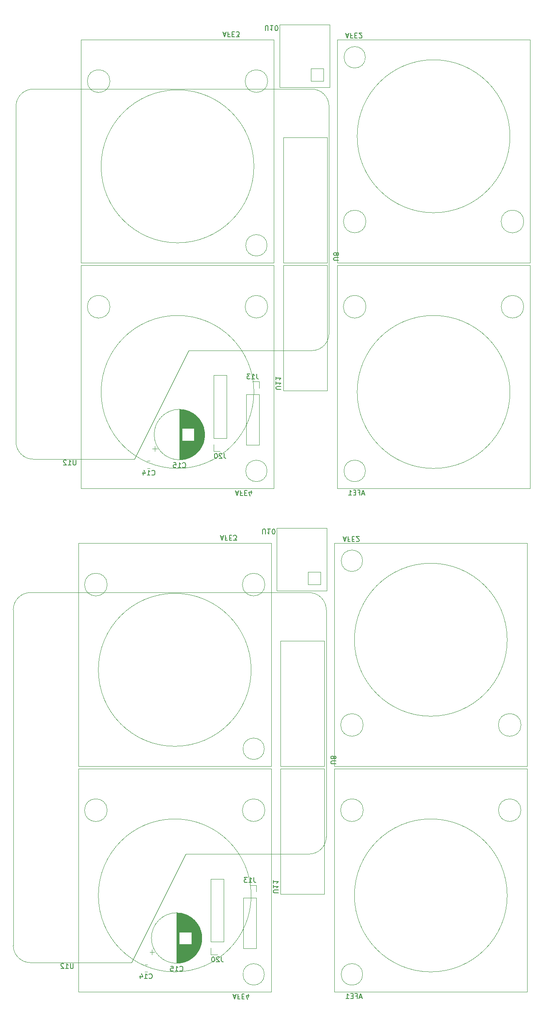
<source format=gbr>
%TF.GenerationSoftware,KiCad,Pcbnew,6.0.7-f9a2dced07~116~ubuntu20.04.1*%
%TF.CreationDate,2022-11-23T13:07:14+01:00*%
%TF.ProjectId,board,626f6172-642e-46b6-9963-61645f706362,rev?*%
%TF.SameCoordinates,Original*%
%TF.FileFunction,Legend,Bot*%
%TF.FilePolarity,Positive*%
%FSLAX46Y46*%
G04 Gerber Fmt 4.6, Leading zero omitted, Abs format (unit mm)*
G04 Created by KiCad (PCBNEW 6.0.7-f9a2dced07~116~ubuntu20.04.1) date 2022-11-23 13:07:14*
%MOMM*%
%LPD*%
G01*
G04 APERTURE LIST*
%ADD10C,0.150000*%
%ADD11C,0.120000*%
G04 APERTURE END LIST*
D10*
%TO.C,AFE3*%
X294366761Y-28740333D02*
X294842952Y-28740333D01*
X294271523Y-28454619D02*
X294604857Y-29454619D01*
X294938190Y-28454619D01*
X295604857Y-28978428D02*
X295271523Y-28978428D01*
X295271523Y-28454619D02*
X295271523Y-29454619D01*
X295747714Y-29454619D01*
X296128666Y-28978428D02*
X296462000Y-28978428D01*
X296604857Y-28454619D02*
X296128666Y-28454619D01*
X296128666Y-29454619D01*
X296604857Y-29454619D01*
X296938190Y-29454619D02*
X297557238Y-29454619D01*
X297223904Y-29073666D01*
X297366761Y-29073666D01*
X297462000Y-29026047D01*
X297509619Y-28978428D01*
X297557238Y-28883190D01*
X297557238Y-28645095D01*
X297509619Y-28549857D01*
X297462000Y-28502238D01*
X297366761Y-28454619D01*
X297081047Y-28454619D01*
X296985809Y-28502238D01*
X296938190Y-28549857D01*
%TO.C,AFE1*%
X322957238Y-122037666D02*
X322481047Y-122037666D01*
X323052476Y-122323380D02*
X322719142Y-121323380D01*
X322385809Y-122323380D01*
X321719142Y-121799571D02*
X322052476Y-121799571D01*
X322052476Y-122323380D02*
X322052476Y-121323380D01*
X321576285Y-121323380D01*
X321195333Y-121799571D02*
X320862000Y-121799571D01*
X320719142Y-122323380D02*
X321195333Y-122323380D01*
X321195333Y-121323380D01*
X320719142Y-121323380D01*
X319766761Y-122323380D02*
X320338190Y-122323380D01*
X320052476Y-122323380D02*
X320052476Y-121323380D01*
X320147714Y-121466238D01*
X320242952Y-121561476D01*
X320338190Y-121609095D01*
%TO.C,C14*%
X279840857Y-118193142D02*
X279888476Y-118240761D01*
X280031333Y-118288380D01*
X280126571Y-118288380D01*
X280269428Y-118240761D01*
X280364666Y-118145523D01*
X280412285Y-118050285D01*
X280459904Y-117859809D01*
X280459904Y-117716952D01*
X280412285Y-117526476D01*
X280364666Y-117431238D01*
X280269428Y-117336000D01*
X280126571Y-117288380D01*
X280031333Y-117288380D01*
X279888476Y-117336000D01*
X279840857Y-117383619D01*
X278888476Y-118288380D02*
X279459904Y-118288380D01*
X279174190Y-118288380D02*
X279174190Y-117288380D01*
X279269428Y-117431238D01*
X279364666Y-117526476D01*
X279459904Y-117574095D01*
X278031333Y-117621714D02*
X278031333Y-118288380D01*
X278269428Y-117240761D02*
X278507523Y-117955047D01*
X277888476Y-117955047D01*
%TO.C,C15*%
X286069180Y-116667142D02*
X286116799Y-116714761D01*
X286259656Y-116762380D01*
X286354894Y-116762380D01*
X286497751Y-116714761D01*
X286592989Y-116619523D01*
X286640608Y-116524285D01*
X286688227Y-116333809D01*
X286688227Y-116190952D01*
X286640608Y-116000476D01*
X286592989Y-115905238D01*
X286497751Y-115810000D01*
X286354894Y-115762380D01*
X286259656Y-115762380D01*
X286116799Y-115810000D01*
X286069180Y-115857619D01*
X285116799Y-116762380D02*
X285688227Y-116762380D01*
X285402513Y-116762380D02*
X285402513Y-115762380D01*
X285497751Y-115905238D01*
X285592989Y-116000476D01*
X285688227Y-116048095D01*
X284212037Y-115762380D02*
X284688227Y-115762380D01*
X284735846Y-116238571D01*
X284688227Y-116190952D01*
X284592989Y-116143333D01*
X284354894Y-116143333D01*
X284259656Y-116190952D01*
X284212037Y-116238571D01*
X284164418Y-116333809D01*
X284164418Y-116571904D01*
X284212037Y-116667142D01*
X284259656Y-116714761D01*
X284354894Y-116762380D01*
X284592989Y-116762380D01*
X284688227Y-116714761D01*
X284735846Y-116667142D01*
%TO.C,AFE2*%
X319258761Y-28994333D02*
X319734952Y-28994333D01*
X319163523Y-28708619D02*
X319496857Y-29708619D01*
X319830190Y-28708619D01*
X320496857Y-29232428D02*
X320163523Y-29232428D01*
X320163523Y-28708619D02*
X320163523Y-29708619D01*
X320639714Y-29708619D01*
X321020666Y-29232428D02*
X321354000Y-29232428D01*
X321496857Y-28708619D02*
X321020666Y-28708619D01*
X321020666Y-29708619D01*
X321496857Y-29708619D01*
X321877809Y-29613380D02*
X321925428Y-29661000D01*
X322020666Y-29708619D01*
X322258761Y-29708619D01*
X322354000Y-29661000D01*
X322401619Y-29613380D01*
X322449238Y-29518142D01*
X322449238Y-29422904D01*
X322401619Y-29280047D01*
X321830190Y-28708619D01*
X322449238Y-28708619D01*
%TO.C,U11*%
X305474619Y-202914095D02*
X304665095Y-202914095D01*
X304569857Y-202866476D01*
X304522238Y-202818857D01*
X304474619Y-202723619D01*
X304474619Y-202533142D01*
X304522238Y-202437904D01*
X304569857Y-202390285D01*
X304665095Y-202342666D01*
X305474619Y-202342666D01*
X304474619Y-201342666D02*
X304474619Y-201914095D01*
X304474619Y-201628380D02*
X305474619Y-201628380D01*
X305331761Y-201723619D01*
X305236523Y-201818857D01*
X305188904Y-201914095D01*
X304474619Y-200390285D02*
X304474619Y-200961714D01*
X304474619Y-200676000D02*
X305474619Y-200676000D01*
X305331761Y-200771238D01*
X305236523Y-200866476D01*
X305188904Y-200961714D01*
%TO.C,AFE3*%
X293806761Y-130770333D02*
X294282952Y-130770333D01*
X293711523Y-130484619D02*
X294044857Y-131484619D01*
X294378190Y-130484619D01*
X295044857Y-131008428D02*
X294711523Y-131008428D01*
X294711523Y-130484619D02*
X294711523Y-131484619D01*
X295187714Y-131484619D01*
X295568666Y-131008428D02*
X295902000Y-131008428D01*
X296044857Y-130484619D02*
X295568666Y-130484619D01*
X295568666Y-131484619D01*
X296044857Y-131484619D01*
X296378190Y-131484619D02*
X296997238Y-131484619D01*
X296663904Y-131103666D01*
X296806761Y-131103666D01*
X296902000Y-131056047D01*
X296949619Y-131008428D01*
X296997238Y-130913190D01*
X296997238Y-130675095D01*
X296949619Y-130579857D01*
X296902000Y-130532238D01*
X296806761Y-130484619D01*
X296521047Y-130484619D01*
X296425809Y-130532238D01*
X296378190Y-130579857D01*
%TO.C,U11*%
X306034619Y-100884095D02*
X305225095Y-100884095D01*
X305129857Y-100836476D01*
X305082238Y-100788857D01*
X305034619Y-100693619D01*
X305034619Y-100503142D01*
X305082238Y-100407904D01*
X305129857Y-100360285D01*
X305225095Y-100312666D01*
X306034619Y-100312666D01*
X305034619Y-99312666D02*
X305034619Y-99884095D01*
X305034619Y-99598380D02*
X306034619Y-99598380D01*
X305891761Y-99693619D01*
X305796523Y-99788857D01*
X305748904Y-99884095D01*
X305034619Y-98360285D02*
X305034619Y-98931714D01*
X305034619Y-98646000D02*
X306034619Y-98646000D01*
X305891761Y-98741238D01*
X305796523Y-98836476D01*
X305748904Y-98931714D01*
%TO.C,U10*%
X302851904Y-28184619D02*
X302851904Y-27375095D01*
X302899523Y-27279857D01*
X302947142Y-27232238D01*
X303042380Y-27184619D01*
X303232857Y-27184619D01*
X303328095Y-27232238D01*
X303375714Y-27279857D01*
X303423333Y-27375095D01*
X303423333Y-28184619D01*
X304423333Y-27184619D02*
X303851904Y-27184619D01*
X304137619Y-27184619D02*
X304137619Y-28184619D01*
X304042380Y-28041761D01*
X303947142Y-27946523D01*
X303851904Y-27898904D01*
X305042380Y-28184619D02*
X305137619Y-28184619D01*
X305232857Y-28137000D01*
X305280476Y-28089380D01*
X305328095Y-27994142D01*
X305375714Y-27803666D01*
X305375714Y-27565571D01*
X305328095Y-27375095D01*
X305280476Y-27279857D01*
X305232857Y-27232238D01*
X305137619Y-27184619D01*
X305042380Y-27184619D01*
X304947142Y-27232238D01*
X304899523Y-27279857D01*
X304851904Y-27375095D01*
X304804285Y-27565571D01*
X304804285Y-27803666D01*
X304851904Y-27994142D01*
X304899523Y-28089380D01*
X304947142Y-28137000D01*
X305042380Y-28184619D01*
%TO.C,U12*%
X264434095Y-115227380D02*
X264434095Y-116036904D01*
X264386476Y-116132142D01*
X264338857Y-116179761D01*
X264243619Y-116227380D01*
X264053142Y-116227380D01*
X263957904Y-116179761D01*
X263910285Y-116132142D01*
X263862666Y-116036904D01*
X263862666Y-115227380D01*
X262862666Y-116227380D02*
X263434095Y-116227380D01*
X263148380Y-116227380D02*
X263148380Y-115227380D01*
X263243619Y-115370238D01*
X263338857Y-115465476D01*
X263434095Y-115513095D01*
X262481714Y-115322619D02*
X262434095Y-115275000D01*
X262338857Y-115227380D01*
X262100761Y-115227380D01*
X262005523Y-115275000D01*
X261957904Y-115322619D01*
X261910285Y-115417857D01*
X261910285Y-115513095D01*
X261957904Y-115655952D01*
X262529333Y-116227380D01*
X261910285Y-116227380D01*
%TO.C,J13*%
X301089523Y-97789380D02*
X301089523Y-98503666D01*
X301137142Y-98646523D01*
X301232380Y-98741761D01*
X301375238Y-98789380D01*
X301470476Y-98789380D01*
X300089523Y-98789380D02*
X300660952Y-98789380D01*
X300375238Y-98789380D02*
X300375238Y-97789380D01*
X300470476Y-97932238D01*
X300565714Y-98027476D01*
X300660952Y-98075095D01*
X299756190Y-97789380D02*
X299137142Y-97789380D01*
X299470476Y-98170333D01*
X299327619Y-98170333D01*
X299232380Y-98217952D01*
X299184761Y-98265571D01*
X299137142Y-98360809D01*
X299137142Y-98598904D01*
X299184761Y-98694142D01*
X299232380Y-98741761D01*
X299327619Y-98789380D01*
X299613333Y-98789380D01*
X299708571Y-98741761D01*
X299756190Y-98694142D01*
%TO.C,J20*%
X294485523Y-113874380D02*
X294485523Y-114588666D01*
X294533142Y-114731523D01*
X294628380Y-114826761D01*
X294771238Y-114874380D01*
X294866476Y-114874380D01*
X294056952Y-113969619D02*
X294009333Y-113922000D01*
X293914095Y-113874380D01*
X293676000Y-113874380D01*
X293580761Y-113922000D01*
X293533142Y-113969619D01*
X293485523Y-114064857D01*
X293485523Y-114160095D01*
X293533142Y-114302952D01*
X294104571Y-114874380D01*
X293485523Y-114874380D01*
X292866476Y-113874380D02*
X292771238Y-113874380D01*
X292676000Y-113922000D01*
X292628380Y-113969619D01*
X292580761Y-114064857D01*
X292533142Y-114255333D01*
X292533142Y-114493428D01*
X292580761Y-114683904D01*
X292628380Y-114779142D01*
X292676000Y-114826761D01*
X292771238Y-114874380D01*
X292866476Y-114874380D01*
X292961714Y-114826761D01*
X293009333Y-114779142D01*
X293056952Y-114683904D01*
X293104571Y-114493428D01*
X293104571Y-114255333D01*
X293056952Y-114064857D01*
X293009333Y-113969619D01*
X292961714Y-113922000D01*
X292866476Y-113874380D01*
%TO.C,AFE4*%
X296906761Y-121704333D02*
X297382952Y-121704333D01*
X296811523Y-121418619D02*
X297144857Y-122418619D01*
X297478190Y-121418619D01*
X298144857Y-121942428D02*
X297811523Y-121942428D01*
X297811523Y-121418619D02*
X297811523Y-122418619D01*
X298287714Y-122418619D01*
X298668666Y-121942428D02*
X299002000Y-121942428D01*
X299144857Y-121418619D02*
X298668666Y-121418619D01*
X298668666Y-122418619D01*
X299144857Y-122418619D01*
X300002000Y-122085285D02*
X300002000Y-121418619D01*
X299763904Y-122466238D02*
X299525809Y-121751952D01*
X300144857Y-121751952D01*
%TO.C,U8*%
X317718619Y-74753904D02*
X316909095Y-74753904D01*
X316813857Y-74706285D01*
X316766238Y-74658666D01*
X316718619Y-74563428D01*
X316718619Y-74372952D01*
X316766238Y-74277714D01*
X316813857Y-74230095D01*
X316909095Y-74182476D01*
X317718619Y-74182476D01*
X317290047Y-73563428D02*
X317337666Y-73658666D01*
X317385285Y-73706285D01*
X317480523Y-73753904D01*
X317528142Y-73753904D01*
X317623380Y-73706285D01*
X317671000Y-73658666D01*
X317718619Y-73563428D01*
X317718619Y-73372952D01*
X317671000Y-73277714D01*
X317623380Y-73230095D01*
X317528142Y-73182476D01*
X317480523Y-73182476D01*
X317385285Y-73230095D01*
X317337666Y-73277714D01*
X317290047Y-73372952D01*
X317290047Y-73563428D01*
X317242428Y-73658666D01*
X317194809Y-73706285D01*
X317099571Y-73753904D01*
X316909095Y-73753904D01*
X316813857Y-73706285D01*
X316766238Y-73658666D01*
X316718619Y-73563428D01*
X316718619Y-73372952D01*
X316766238Y-73277714D01*
X316813857Y-73230095D01*
X316909095Y-73182476D01*
X317099571Y-73182476D01*
X317194809Y-73230095D01*
X317242428Y-73277714D01*
X317290047Y-73372952D01*
%TO.C,J20*%
X293925523Y-215904380D02*
X293925523Y-216618666D01*
X293973142Y-216761523D01*
X294068380Y-216856761D01*
X294211238Y-216904380D01*
X294306476Y-216904380D01*
X293496952Y-215999619D02*
X293449333Y-215952000D01*
X293354095Y-215904380D01*
X293116000Y-215904380D01*
X293020761Y-215952000D01*
X292973142Y-215999619D01*
X292925523Y-216094857D01*
X292925523Y-216190095D01*
X292973142Y-216332952D01*
X293544571Y-216904380D01*
X292925523Y-216904380D01*
X292306476Y-215904380D02*
X292211238Y-215904380D01*
X292116000Y-215952000D01*
X292068380Y-215999619D01*
X292020761Y-216094857D01*
X291973142Y-216285333D01*
X291973142Y-216523428D01*
X292020761Y-216713904D01*
X292068380Y-216809142D01*
X292116000Y-216856761D01*
X292211238Y-216904380D01*
X292306476Y-216904380D01*
X292401714Y-216856761D01*
X292449333Y-216809142D01*
X292496952Y-216713904D01*
X292544571Y-216523428D01*
X292544571Y-216285333D01*
X292496952Y-216094857D01*
X292449333Y-215999619D01*
X292401714Y-215952000D01*
X292306476Y-215904380D01*
%TO.C,AFE2*%
X318698761Y-131024333D02*
X319174952Y-131024333D01*
X318603523Y-130738619D02*
X318936857Y-131738619D01*
X319270190Y-130738619D01*
X319936857Y-131262428D02*
X319603523Y-131262428D01*
X319603523Y-130738619D02*
X319603523Y-131738619D01*
X320079714Y-131738619D01*
X320460666Y-131262428D02*
X320794000Y-131262428D01*
X320936857Y-130738619D02*
X320460666Y-130738619D01*
X320460666Y-131738619D01*
X320936857Y-131738619D01*
X321317809Y-131643380D02*
X321365428Y-131691000D01*
X321460666Y-131738619D01*
X321698761Y-131738619D01*
X321794000Y-131691000D01*
X321841619Y-131643380D01*
X321889238Y-131548142D01*
X321889238Y-131452904D01*
X321841619Y-131310047D01*
X321270190Y-130738619D01*
X321889238Y-130738619D01*
%TO.C,J13*%
X300529523Y-199819380D02*
X300529523Y-200533666D01*
X300577142Y-200676523D01*
X300672380Y-200771761D01*
X300815238Y-200819380D01*
X300910476Y-200819380D01*
X299529523Y-200819380D02*
X300100952Y-200819380D01*
X299815238Y-200819380D02*
X299815238Y-199819380D01*
X299910476Y-199962238D01*
X300005714Y-200057476D01*
X300100952Y-200105095D01*
X299196190Y-199819380D02*
X298577142Y-199819380D01*
X298910476Y-200200333D01*
X298767619Y-200200333D01*
X298672380Y-200247952D01*
X298624761Y-200295571D01*
X298577142Y-200390809D01*
X298577142Y-200628904D01*
X298624761Y-200724142D01*
X298672380Y-200771761D01*
X298767619Y-200819380D01*
X299053333Y-200819380D01*
X299148571Y-200771761D01*
X299196190Y-200724142D01*
%TO.C,AFE4*%
X296346761Y-223734333D02*
X296822952Y-223734333D01*
X296251523Y-223448619D02*
X296584857Y-224448619D01*
X296918190Y-223448619D01*
X297584857Y-223972428D02*
X297251523Y-223972428D01*
X297251523Y-223448619D02*
X297251523Y-224448619D01*
X297727714Y-224448619D01*
X298108666Y-223972428D02*
X298442000Y-223972428D01*
X298584857Y-223448619D02*
X298108666Y-223448619D01*
X298108666Y-224448619D01*
X298584857Y-224448619D01*
X299442000Y-224115285D02*
X299442000Y-223448619D01*
X299203904Y-224496238D02*
X298965809Y-223781952D01*
X299584857Y-223781952D01*
%TO.C,C15*%
X285509180Y-218697142D02*
X285556799Y-218744761D01*
X285699656Y-218792380D01*
X285794894Y-218792380D01*
X285937751Y-218744761D01*
X286032989Y-218649523D01*
X286080608Y-218554285D01*
X286128227Y-218363809D01*
X286128227Y-218220952D01*
X286080608Y-218030476D01*
X286032989Y-217935238D01*
X285937751Y-217840000D01*
X285794894Y-217792380D01*
X285699656Y-217792380D01*
X285556799Y-217840000D01*
X285509180Y-217887619D01*
X284556799Y-218792380D02*
X285128227Y-218792380D01*
X284842513Y-218792380D02*
X284842513Y-217792380D01*
X284937751Y-217935238D01*
X285032989Y-218030476D01*
X285128227Y-218078095D01*
X283652037Y-217792380D02*
X284128227Y-217792380D01*
X284175846Y-218268571D01*
X284128227Y-218220952D01*
X284032989Y-218173333D01*
X283794894Y-218173333D01*
X283699656Y-218220952D01*
X283652037Y-218268571D01*
X283604418Y-218363809D01*
X283604418Y-218601904D01*
X283652037Y-218697142D01*
X283699656Y-218744761D01*
X283794894Y-218792380D01*
X284032989Y-218792380D01*
X284128227Y-218744761D01*
X284175846Y-218697142D01*
%TO.C,U12*%
X263874095Y-217257380D02*
X263874095Y-218066904D01*
X263826476Y-218162142D01*
X263778857Y-218209761D01*
X263683619Y-218257380D01*
X263493142Y-218257380D01*
X263397904Y-218209761D01*
X263350285Y-218162142D01*
X263302666Y-218066904D01*
X263302666Y-217257380D01*
X262302666Y-218257380D02*
X262874095Y-218257380D01*
X262588380Y-218257380D02*
X262588380Y-217257380D01*
X262683619Y-217400238D01*
X262778857Y-217495476D01*
X262874095Y-217543095D01*
X261921714Y-217352619D02*
X261874095Y-217305000D01*
X261778857Y-217257380D01*
X261540761Y-217257380D01*
X261445523Y-217305000D01*
X261397904Y-217352619D01*
X261350285Y-217447857D01*
X261350285Y-217543095D01*
X261397904Y-217685952D01*
X261969333Y-218257380D01*
X261350285Y-218257380D01*
%TO.C,U10*%
X302291904Y-130214619D02*
X302291904Y-129405095D01*
X302339523Y-129309857D01*
X302387142Y-129262238D01*
X302482380Y-129214619D01*
X302672857Y-129214619D01*
X302768095Y-129262238D01*
X302815714Y-129309857D01*
X302863333Y-129405095D01*
X302863333Y-130214619D01*
X303863333Y-129214619D02*
X303291904Y-129214619D01*
X303577619Y-129214619D02*
X303577619Y-130214619D01*
X303482380Y-130071761D01*
X303387142Y-129976523D01*
X303291904Y-129928904D01*
X304482380Y-130214619D02*
X304577619Y-130214619D01*
X304672857Y-130167000D01*
X304720476Y-130119380D01*
X304768095Y-130024142D01*
X304815714Y-129833666D01*
X304815714Y-129595571D01*
X304768095Y-129405095D01*
X304720476Y-129309857D01*
X304672857Y-129262238D01*
X304577619Y-129214619D01*
X304482380Y-129214619D01*
X304387142Y-129262238D01*
X304339523Y-129309857D01*
X304291904Y-129405095D01*
X304244285Y-129595571D01*
X304244285Y-129833666D01*
X304291904Y-130024142D01*
X304339523Y-130119380D01*
X304387142Y-130167000D01*
X304482380Y-130214619D01*
%TO.C,AFE1*%
X322397238Y-224067666D02*
X321921047Y-224067666D01*
X322492476Y-224353380D02*
X322159142Y-223353380D01*
X321825809Y-224353380D01*
X321159142Y-223829571D02*
X321492476Y-223829571D01*
X321492476Y-224353380D02*
X321492476Y-223353380D01*
X321016285Y-223353380D01*
X320635333Y-223829571D02*
X320302000Y-223829571D01*
X320159142Y-224353380D02*
X320635333Y-224353380D01*
X320635333Y-223353380D01*
X320159142Y-223353380D01*
X319206761Y-224353380D02*
X319778190Y-224353380D01*
X319492476Y-224353380D02*
X319492476Y-223353380D01*
X319587714Y-223496238D01*
X319682952Y-223591476D01*
X319778190Y-223639095D01*
%TO.C,U8*%
X317158619Y-176783904D02*
X316349095Y-176783904D01*
X316253857Y-176736285D01*
X316206238Y-176688666D01*
X316158619Y-176593428D01*
X316158619Y-176402952D01*
X316206238Y-176307714D01*
X316253857Y-176260095D01*
X316349095Y-176212476D01*
X317158619Y-176212476D01*
X316730047Y-175593428D02*
X316777666Y-175688666D01*
X316825285Y-175736285D01*
X316920523Y-175783904D01*
X316968142Y-175783904D01*
X317063380Y-175736285D01*
X317111000Y-175688666D01*
X317158619Y-175593428D01*
X317158619Y-175402952D01*
X317111000Y-175307714D01*
X317063380Y-175260095D01*
X316968142Y-175212476D01*
X316920523Y-175212476D01*
X316825285Y-175260095D01*
X316777666Y-175307714D01*
X316730047Y-175402952D01*
X316730047Y-175593428D01*
X316682428Y-175688666D01*
X316634809Y-175736285D01*
X316539571Y-175783904D01*
X316349095Y-175783904D01*
X316253857Y-175736285D01*
X316206238Y-175688666D01*
X316158619Y-175593428D01*
X316158619Y-175402952D01*
X316206238Y-175307714D01*
X316253857Y-175260095D01*
X316349095Y-175212476D01*
X316539571Y-175212476D01*
X316634809Y-175260095D01*
X316682428Y-175307714D01*
X316730047Y-175402952D01*
%TO.C,C14*%
X279280857Y-220223142D02*
X279328476Y-220270761D01*
X279471333Y-220318380D01*
X279566571Y-220318380D01*
X279709428Y-220270761D01*
X279804666Y-220175523D01*
X279852285Y-220080285D01*
X279899904Y-219889809D01*
X279899904Y-219746952D01*
X279852285Y-219556476D01*
X279804666Y-219461238D01*
X279709428Y-219366000D01*
X279566571Y-219318380D01*
X279471333Y-219318380D01*
X279328476Y-219366000D01*
X279280857Y-219413619D01*
X278328476Y-220318380D02*
X278899904Y-220318380D01*
X278614190Y-220318380D02*
X278614190Y-219318380D01*
X278709428Y-219461238D01*
X278804666Y-219556476D01*
X278899904Y-219604095D01*
X277471333Y-219651714D02*
X277471333Y-220318380D01*
X277709428Y-219270761D02*
X277947523Y-219985047D01*
X277328476Y-219985047D01*
D11*
%TO.C,AFE3*%
X303328000Y-38432000D02*
G75*
G03*
X303328000Y-38432000I-2286000J0D01*
G01*
X300536082Y-55704000D02*
G75*
G03*
X300536082Y-55704000I-15496082J0D01*
G01*
X271338068Y-38432000D02*
G75*
G03*
X271338068Y-38432000I-2300068J0D01*
G01*
X303212177Y-71706000D02*
G75*
G03*
X303212177Y-71706000I-2170177J0D01*
G01*
X304598000Y-30050000D02*
X283516000Y-30050000D01*
X265482000Y-75262000D02*
X304598000Y-75262000D01*
X304598000Y-75262000D02*
X304598000Y-30050000D01*
X265482000Y-30050000D02*
X265482000Y-75008000D01*
X265482000Y-75008000D02*
X265482000Y-75262000D01*
X283516000Y-30050000D02*
X265482000Y-30050000D01*
%TO.C,AFE1*%
X355285068Y-66880000D02*
G75*
G03*
X355285068Y-66880000I-2300068J0D01*
G01*
X323151177Y-33606000D02*
G75*
G03*
X323151177Y-33606000I-2170177J0D01*
G01*
X323267000Y-66880000D02*
G75*
G03*
X323267000Y-66880000I-2286000J0D01*
G01*
X352479082Y-49608000D02*
G75*
G03*
X352479082Y-49608000I-15496082J0D01*
G01*
X356541000Y-30050000D02*
X317425000Y-30050000D01*
X317425000Y-30050000D02*
X317425000Y-75262000D01*
X356541000Y-75262000D02*
X356541000Y-30304000D01*
X338507000Y-75262000D02*
X356541000Y-75262000D01*
X356541000Y-30304000D02*
X356541000Y-30050000D01*
X317425000Y-75262000D02*
X338507000Y-75262000D01*
%TO.C,C14*%
X278936748Y-116891000D02*
X279459252Y-116891000D01*
X278936748Y-115421000D02*
X279459252Y-115421000D01*
%TO.C,C15*%
X290546323Y-110060000D02*
G75*
G03*
X290546323Y-110060000I-5120000J0D01*
G01*
X286947323Y-114910000D02*
X286947323Y-111301000D01*
X287427323Y-108819000D02*
X287427323Y-105386000D01*
X286867323Y-108819000D02*
X286867323Y-105186000D01*
X289747323Y-112769000D02*
X289747323Y-107351000D01*
X288267323Y-108819000D02*
X288267323Y-105839000D01*
X288307323Y-108819000D02*
X288307323Y-105866000D01*
X288107323Y-108819000D02*
X288107323Y-105737000D01*
X288067323Y-114407000D02*
X288067323Y-111301000D01*
X287467323Y-114717000D02*
X287467323Y-111301000D01*
X288347323Y-114226000D02*
X288347323Y-111301000D01*
X286227323Y-115078000D02*
X286227323Y-111301000D01*
X287667323Y-114624000D02*
X287667323Y-111301000D01*
X285706323Y-115133000D02*
X285706323Y-104987000D01*
X287547323Y-114681000D02*
X287547323Y-111301000D01*
X287347323Y-108819000D02*
X287347323Y-105353000D01*
X289707323Y-112830000D02*
X289707323Y-107290000D01*
X286106323Y-115095000D02*
X286106323Y-111301000D01*
X285826323Y-115125000D02*
X285826323Y-104995000D01*
X287387323Y-108819000D02*
X287387323Y-105370000D01*
X287107323Y-108819000D02*
X287107323Y-105263000D01*
X290387323Y-111290000D02*
X290387323Y-108830000D01*
X287827323Y-108819000D02*
X287827323Y-105577000D01*
X286707323Y-108819000D02*
X286707323Y-105142000D01*
X285586323Y-115138000D02*
X285586323Y-104982000D01*
X286187323Y-108819000D02*
X286187323Y-105036000D01*
X289547323Y-113060000D02*
X289547323Y-107060000D01*
X287427323Y-114734000D02*
X287427323Y-111301000D01*
X289987323Y-112349000D02*
X289987323Y-107771000D01*
X287747323Y-114585000D02*
X287747323Y-111301000D01*
X289307323Y-113361000D02*
X289307323Y-106759000D01*
X287707323Y-114605000D02*
X287707323Y-111301000D01*
X288387323Y-108819000D02*
X288387323Y-105922000D01*
X289147323Y-113538000D02*
X289147323Y-106582000D01*
X287227323Y-114814000D02*
X287227323Y-111301000D01*
X287907323Y-114500000D02*
X287907323Y-111301000D01*
X286187323Y-115084000D02*
X286187323Y-111301000D01*
X289947323Y-112425000D02*
X289947323Y-107695000D01*
X286347323Y-115057000D02*
X286347323Y-111301000D01*
X288347323Y-108819000D02*
X288347323Y-105894000D01*
X290027323Y-112269000D02*
X290027323Y-107851000D01*
X286066323Y-115100000D02*
X286066323Y-111301000D01*
X285626323Y-115137000D02*
X285626323Y-104983000D01*
X287707323Y-108819000D02*
X287707323Y-105515000D01*
X287587323Y-108819000D02*
X287587323Y-105457000D01*
X289787323Y-112705000D02*
X289787323Y-107415000D01*
X287947323Y-108819000D02*
X287947323Y-105643000D01*
X287987323Y-108819000D02*
X287987323Y-105665000D01*
X286307323Y-108819000D02*
X286307323Y-105056000D01*
X286667323Y-108819000D02*
X286667323Y-105132000D01*
X288507323Y-114110000D02*
X288507323Y-106010000D01*
X286387323Y-115050000D02*
X286387323Y-111301000D01*
X286867323Y-114934000D02*
X286867323Y-111301000D01*
X286066323Y-108819000D02*
X286066323Y-105020000D01*
X288547323Y-114080000D02*
X288547323Y-106040000D01*
X287507323Y-108819000D02*
X287507323Y-105421000D01*
X288427323Y-114170000D02*
X288427323Y-105950000D01*
X287147323Y-114843000D02*
X287147323Y-111301000D01*
X286787323Y-108819000D02*
X286787323Y-105163000D01*
X286947323Y-108819000D02*
X286947323Y-105210000D01*
X287307323Y-114783000D02*
X287307323Y-111301000D01*
X287027323Y-114884000D02*
X287027323Y-111301000D01*
X287827323Y-114543000D02*
X287827323Y-111301000D01*
X286987323Y-108819000D02*
X286987323Y-105223000D01*
X288387323Y-114198000D02*
X288387323Y-111301000D01*
X286307323Y-115064000D02*
X286307323Y-111301000D01*
X287507323Y-114699000D02*
X287507323Y-111301000D01*
X287027323Y-108819000D02*
X287027323Y-105236000D01*
X286427323Y-108819000D02*
X286427323Y-105078000D01*
X289507323Y-113114000D02*
X289507323Y-107006000D01*
X287627323Y-114644000D02*
X287627323Y-111301000D01*
X285986323Y-115110000D02*
X285986323Y-111301000D01*
X288867323Y-113813000D02*
X288867323Y-106307000D01*
X287107323Y-114857000D02*
X287107323Y-111301000D01*
X287147323Y-108819000D02*
X287147323Y-105277000D01*
X287867323Y-114522000D02*
X287867323Y-111301000D01*
X287347323Y-114767000D02*
X287347323Y-111301000D01*
X290347323Y-111438000D02*
X290347323Y-108682000D01*
X289667323Y-112890000D02*
X289667323Y-107230000D01*
X287067323Y-114871000D02*
X287067323Y-111301000D01*
X289067323Y-113621000D02*
X289067323Y-106499000D01*
X290467323Y-110922000D02*
X290467323Y-109198000D01*
X289867323Y-112570000D02*
X289867323Y-107550000D01*
X290147323Y-112004000D02*
X290147323Y-108116000D01*
X288907323Y-113776000D02*
X288907323Y-106344000D01*
X289427323Y-113216000D02*
X289427323Y-106904000D01*
X288947323Y-113739000D02*
X288947323Y-106381000D01*
X287467323Y-108819000D02*
X287467323Y-105403000D01*
X289107323Y-113580000D02*
X289107323Y-106540000D01*
X285866323Y-115122000D02*
X285866323Y-104998000D01*
X288787323Y-113884000D02*
X288787323Y-106236000D01*
X286547323Y-115016000D02*
X286547323Y-111301000D01*
X286427323Y-115042000D02*
X286427323Y-111301000D01*
X286267323Y-108819000D02*
X286267323Y-105049000D01*
X287787323Y-108819000D02*
X287787323Y-105556000D01*
X286507323Y-108819000D02*
X286507323Y-105095000D01*
X286147323Y-115090000D02*
X286147323Y-111301000D01*
X280446677Y-113435000D02*
X280446677Y-112435000D01*
X286147323Y-108819000D02*
X286147323Y-105030000D01*
X287587323Y-114663000D02*
X287587323Y-111301000D01*
X285546323Y-115139000D02*
X285546323Y-104981000D01*
X289907323Y-112499000D02*
X289907323Y-107621000D01*
X287747323Y-108819000D02*
X287747323Y-105535000D01*
X286507323Y-115025000D02*
X286507323Y-111301000D01*
X286667323Y-114988000D02*
X286667323Y-111301000D01*
X288107323Y-114383000D02*
X288107323Y-111301000D01*
X286026323Y-108819000D02*
X286026323Y-105015000D01*
X288187323Y-114333000D02*
X288187323Y-111301000D01*
X287267323Y-114798000D02*
X287267323Y-111301000D01*
X287867323Y-108819000D02*
X287867323Y-105598000D01*
X290507323Y-110659000D02*
X290507323Y-109461000D01*
X285906323Y-115118000D02*
X285906323Y-105002000D01*
X286547323Y-108819000D02*
X286547323Y-105104000D01*
X279946677Y-112935000D02*
X280946677Y-112935000D01*
X288307323Y-114254000D02*
X288307323Y-111301000D01*
X288187323Y-108819000D02*
X288187323Y-105787000D01*
X289467323Y-113166000D02*
X289467323Y-106954000D01*
X290067323Y-112185000D02*
X290067323Y-107935000D01*
X288067323Y-108819000D02*
X288067323Y-105713000D01*
X286987323Y-114897000D02*
X286987323Y-111301000D01*
X286787323Y-114957000D02*
X286787323Y-111301000D01*
X290107323Y-112097000D02*
X290107323Y-108023000D01*
X286467323Y-115034000D02*
X286467323Y-111301000D01*
X288467323Y-114140000D02*
X288467323Y-105980000D01*
X288267323Y-114281000D02*
X288267323Y-111301000D01*
X288147323Y-114358000D02*
X288147323Y-111301000D01*
X286827323Y-114945000D02*
X286827323Y-111301000D01*
X286347323Y-108819000D02*
X286347323Y-105063000D01*
X288227323Y-108819000D02*
X288227323Y-105813000D01*
X287067323Y-108819000D02*
X287067323Y-105249000D01*
X290227323Y-111802000D02*
X290227323Y-108318000D01*
X288627323Y-114017000D02*
X288627323Y-106103000D01*
X286707323Y-114978000D02*
X286707323Y-111301000D01*
X286026323Y-115105000D02*
X286026323Y-111301000D01*
X289187323Y-113496000D02*
X289187323Y-106624000D01*
X285746323Y-115130000D02*
X285746323Y-104990000D01*
X289347323Y-113314000D02*
X289347323Y-106806000D01*
X289627323Y-112949000D02*
X289627323Y-107171000D01*
X288707323Y-113952000D02*
X288707323Y-106168000D01*
X286106323Y-108819000D02*
X286106323Y-105025000D01*
X288827323Y-113849000D02*
X288827323Y-106271000D01*
X286587323Y-115007000D02*
X286587323Y-111301000D01*
X287627323Y-108819000D02*
X287627323Y-105476000D01*
X288987323Y-113700000D02*
X288987323Y-106420000D01*
X286267323Y-115071000D02*
X286267323Y-111301000D01*
X288587323Y-114049000D02*
X288587323Y-106071000D01*
X287547323Y-108819000D02*
X287547323Y-105439000D01*
X287307323Y-108819000D02*
X287307323Y-105337000D01*
X290427323Y-111122000D02*
X290427323Y-108998000D01*
X288147323Y-108819000D02*
X288147323Y-105762000D01*
X288747323Y-113918000D02*
X288747323Y-106202000D01*
X288227323Y-114307000D02*
X288227323Y-111301000D01*
X286747323Y-108819000D02*
X286747323Y-105153000D01*
X289267323Y-113407000D02*
X289267323Y-106713000D01*
X286227323Y-108819000D02*
X286227323Y-105042000D01*
X285986323Y-108819000D02*
X285986323Y-105010000D01*
X287667323Y-108819000D02*
X287667323Y-105496000D01*
X290267323Y-111690000D02*
X290267323Y-108430000D01*
X287787323Y-114564000D02*
X287787323Y-111301000D01*
X286627323Y-114998000D02*
X286627323Y-111301000D01*
X286467323Y-108819000D02*
X286467323Y-105086000D01*
X289387323Y-113266000D02*
X289387323Y-106854000D01*
X287187323Y-114828000D02*
X287187323Y-111301000D01*
X286827323Y-108819000D02*
X286827323Y-105175000D01*
X286907323Y-108819000D02*
X286907323Y-105198000D01*
X290187323Y-111906000D02*
X290187323Y-108214000D01*
X289227323Y-113452000D02*
X289227323Y-106668000D01*
X289027323Y-113661000D02*
X289027323Y-106459000D01*
X285466323Y-115140000D02*
X285466323Y-104980000D01*
X286587323Y-108819000D02*
X286587323Y-105113000D01*
X285666323Y-115135000D02*
X285666323Y-104985000D01*
X287947323Y-114477000D02*
X287947323Y-111301000D01*
X287987323Y-114455000D02*
X287987323Y-111301000D01*
X286747323Y-114967000D02*
X286747323Y-111301000D01*
X285946323Y-115114000D02*
X285946323Y-111301000D01*
X287187323Y-108819000D02*
X287187323Y-105292000D01*
X288667323Y-113985000D02*
X288667323Y-106135000D01*
X290307323Y-111570000D02*
X290307323Y-108550000D01*
X285506323Y-115140000D02*
X285506323Y-104980000D01*
X288027323Y-114431000D02*
X288027323Y-111301000D01*
X285946323Y-108819000D02*
X285946323Y-105006000D01*
X287387323Y-114750000D02*
X287387323Y-111301000D01*
X289587323Y-113005000D02*
X289587323Y-107115000D01*
X285426323Y-115140000D02*
X285426323Y-104980000D01*
X285786323Y-115128000D02*
X285786323Y-104992000D01*
X289827323Y-112639000D02*
X289827323Y-107481000D01*
X286387323Y-108819000D02*
X286387323Y-105070000D01*
X287907323Y-108819000D02*
X287907323Y-105620000D01*
X288027323Y-108819000D02*
X288027323Y-105689000D01*
X287267323Y-108819000D02*
X287267323Y-105322000D01*
X286907323Y-114922000D02*
X286907323Y-111301000D01*
X287227323Y-108819000D02*
X287227323Y-105306000D01*
X286627323Y-108819000D02*
X286627323Y-105122000D01*
%TO.C,AFE2*%
X323281068Y-84152000D02*
G75*
G03*
X323281068Y-84152000I-2300068J0D01*
G01*
X355271000Y-84152000D02*
G75*
G03*
X355271000Y-84152000I-2286000J0D01*
G01*
X352479082Y-101424000D02*
G75*
G03*
X352479082Y-101424000I-15496082J0D01*
G01*
X323165991Y-117426000D02*
G75*
G03*
X323165991Y-117426000I-2184991J0D01*
G01*
X356541000Y-75770000D02*
X335459000Y-75770000D01*
X317425000Y-120982000D02*
X356541000Y-120982000D01*
X335459000Y-75770000D02*
X317425000Y-75770000D01*
X317425000Y-120728000D02*
X317425000Y-120982000D01*
X317425000Y-75770000D02*
X317425000Y-120728000D01*
X356541000Y-120982000D02*
X356541000Y-75770000D01*
%TO.C,U11*%
X305951000Y-203200000D02*
X314841000Y-203200000D01*
X314841000Y-203200000D02*
X314841000Y-177800000D01*
X314841000Y-177800000D02*
X305951000Y-177800000D01*
X305951000Y-177800000D02*
X305951000Y-203200000D01*
%TO.C,AFE3*%
X264922000Y-177292000D02*
X304038000Y-177292000D01*
X264922000Y-177038000D02*
X264922000Y-177292000D01*
X282956000Y-132080000D02*
X264922000Y-132080000D01*
X304038000Y-177292000D02*
X304038000Y-132080000D01*
X264922000Y-132080000D02*
X264922000Y-177038000D01*
X304038000Y-132080000D02*
X282956000Y-132080000D01*
X270778068Y-140462000D02*
G75*
G03*
X270778068Y-140462000I-2300068J0D01*
G01*
X302768000Y-140462000D02*
G75*
G03*
X302768000Y-140462000I-2286000J0D01*
G01*
X299976082Y-157734000D02*
G75*
G03*
X299976082Y-157734000I-15496082J0D01*
G01*
X302652177Y-173736000D02*
G75*
G03*
X302652177Y-173736000I-2170177J0D01*
G01*
%TO.C,U11*%
X306511000Y-101170000D02*
X315401000Y-101170000D01*
X315401000Y-101170000D02*
X315401000Y-75770000D01*
X315401000Y-75770000D02*
X306511000Y-75770000D01*
X306511000Y-75770000D02*
X306511000Y-101170000D01*
%TO.C,U10*%
X312091000Y-38432000D02*
X314631000Y-38432000D01*
X314631000Y-38432000D02*
X314631000Y-35892000D01*
X314631000Y-35892000D02*
X312091000Y-35892000D01*
X312091000Y-35892000D02*
X312091000Y-38432000D01*
X305741000Y-27002000D02*
X315901000Y-27002000D01*
X315901000Y-27002000D02*
X315901000Y-39702000D01*
X315901000Y-39702000D02*
X305741000Y-39702000D01*
X305741000Y-39702000D02*
X305741000Y-27002000D01*
%TO.C,U12*%
X252274000Y-111548000D02*
G75*
G03*
X255774000Y-115048000I3499999J-1D01*
G01*
X255774000Y-40048000D02*
G75*
G03*
X252274000Y-43548000I0J-3500000D01*
G01*
X315774000Y-43548000D02*
G75*
G03*
X312274000Y-40048000I-3500000J0D01*
G01*
X312274000Y-93048000D02*
G75*
G03*
X315774000Y-89548000I1J3499999D01*
G01*
X276274000Y-115048000D02*
X287274000Y-93048000D01*
X255774000Y-115048000D02*
X276274000Y-115048000D01*
X287274000Y-93048000D02*
X312274000Y-93048000D01*
X315774000Y-43548000D02*
X315774000Y-89548000D01*
X312274000Y-40048000D02*
X255774000Y-40048000D01*
X252274000Y-43548000D02*
X252274000Y-111548000D01*
%TO.C,J13*%
X301610000Y-112157000D02*
X298950000Y-112157000D01*
X298950000Y-101937000D02*
X298950000Y-112157000D01*
X301610000Y-100667000D02*
X301610000Y-99337000D01*
X301610000Y-101937000D02*
X298950000Y-101937000D01*
X301610000Y-99337000D02*
X300280000Y-99337000D01*
X301610000Y-101937000D02*
X301610000Y-112157000D01*
%TO.C,J20*%
X292346000Y-110822000D02*
X292346000Y-98062000D01*
X292346000Y-110822000D02*
X295006000Y-110822000D01*
X292346000Y-113422000D02*
X293676000Y-113422000D01*
X292346000Y-112092000D02*
X292346000Y-113422000D01*
X292346000Y-98062000D02*
X295006000Y-98062000D01*
X295006000Y-110822000D02*
X295006000Y-98062000D01*
%TO.C,AFE4*%
X303328000Y-84152000D02*
G75*
G03*
X303328000Y-84152000I-2286000J0D01*
G01*
X271338068Y-84152000D02*
G75*
G03*
X271338068Y-84152000I-2300068J0D01*
G01*
X300536082Y-101424000D02*
G75*
G03*
X300536082Y-101424000I-15496082J0D01*
G01*
X303212177Y-117426000D02*
G75*
G03*
X303212177Y-117426000I-2170177J0D01*
G01*
X265482000Y-120982000D02*
X304598000Y-120982000D01*
X265482000Y-75770000D02*
X265482000Y-120728000D01*
X265482000Y-120728000D02*
X265482000Y-120982000D01*
X304598000Y-75770000D02*
X283516000Y-75770000D01*
X283516000Y-75770000D02*
X265482000Y-75770000D01*
X304598000Y-120982000D02*
X304598000Y-75770000D01*
%TO.C,U8*%
X306511000Y-75262000D02*
X315401000Y-75262000D01*
X315401000Y-75262000D02*
X315401000Y-49862000D01*
X315401000Y-49862000D02*
X306511000Y-49862000D01*
X306511000Y-49862000D02*
X306511000Y-75262000D01*
%TO.C,J20*%
X291786000Y-200092000D02*
X294446000Y-200092000D01*
X291786000Y-214122000D02*
X291786000Y-215452000D01*
X291786000Y-212852000D02*
X291786000Y-200092000D01*
X291786000Y-212852000D02*
X294446000Y-212852000D01*
X294446000Y-212852000D02*
X294446000Y-200092000D01*
X291786000Y-215452000D02*
X293116000Y-215452000D01*
%TO.C,AFE2*%
X334899000Y-177800000D02*
X316865000Y-177800000D01*
X355981000Y-177800000D02*
X334899000Y-177800000D01*
X316865000Y-223012000D02*
X355981000Y-223012000D01*
X316865000Y-222758000D02*
X316865000Y-223012000D01*
X355981000Y-223012000D02*
X355981000Y-177800000D01*
X316865000Y-177800000D02*
X316865000Y-222758000D01*
X322605991Y-219456000D02*
G75*
G03*
X322605991Y-219456000I-2184991J0D01*
G01*
X322721068Y-186182000D02*
G75*
G03*
X322721068Y-186182000I-2300068J0D01*
G01*
X354711000Y-186182000D02*
G75*
G03*
X354711000Y-186182000I-2286000J0D01*
G01*
X351919082Y-203454000D02*
G75*
G03*
X351919082Y-203454000I-15496082J0D01*
G01*
%TO.C,J13*%
X301050000Y-203967000D02*
X298390000Y-203967000D01*
X301050000Y-214187000D02*
X298390000Y-214187000D01*
X301050000Y-203967000D02*
X301050000Y-214187000D01*
X301050000Y-201367000D02*
X299720000Y-201367000D01*
X298390000Y-203967000D02*
X298390000Y-214187000D01*
X301050000Y-202697000D02*
X301050000Y-201367000D01*
%TO.C,AFE4*%
X264922000Y-177800000D02*
X264922000Y-222758000D01*
X304038000Y-223012000D02*
X304038000Y-177800000D01*
X282956000Y-177800000D02*
X264922000Y-177800000D01*
X264922000Y-222758000D02*
X264922000Y-223012000D01*
X304038000Y-177800000D02*
X282956000Y-177800000D01*
X264922000Y-223012000D02*
X304038000Y-223012000D01*
X302652177Y-219456000D02*
G75*
G03*
X302652177Y-219456000I-2170177J0D01*
G01*
X302768000Y-186182000D02*
G75*
G03*
X302768000Y-186182000I-2286000J0D01*
G01*
X299976082Y-203454000D02*
G75*
G03*
X299976082Y-203454000I-15496082J0D01*
G01*
X270778068Y-186182000D02*
G75*
G03*
X270778068Y-186182000I-2300068J0D01*
G01*
%TO.C,C15*%
X286347323Y-216952000D02*
X286347323Y-213331000D01*
X288667323Y-215482000D02*
X288667323Y-208698000D01*
X288187323Y-215948000D02*
X288187323Y-208232000D01*
X285466323Y-217135000D02*
X285466323Y-213331000D01*
X287467323Y-210849000D02*
X287467323Y-207719000D01*
X287347323Y-210849000D02*
X287347323Y-207650000D01*
X287187323Y-210849000D02*
X287187323Y-207565000D01*
X285306323Y-217152000D02*
X285306323Y-207028000D01*
X289027323Y-215035000D02*
X289027323Y-209145000D01*
X288227323Y-215914000D02*
X288227323Y-208266000D01*
X289867323Y-213152000D02*
X289867323Y-211028000D01*
X289827323Y-213320000D02*
X289827323Y-210860000D01*
X286507323Y-216901000D02*
X286507323Y-213331000D01*
X287027323Y-210849000D02*
X287027323Y-207487000D01*
X286107323Y-217018000D02*
X286107323Y-213331000D01*
X285587323Y-210849000D02*
X285587323Y-207060000D01*
X289347323Y-214529000D02*
X289347323Y-209651000D01*
X285987323Y-210849000D02*
X285987323Y-207134000D01*
X285747323Y-217094000D02*
X285747323Y-213331000D01*
X285987323Y-217046000D02*
X285987323Y-213331000D01*
X287707323Y-210849000D02*
X287707323Y-207869000D01*
X288307323Y-215843000D02*
X288307323Y-208337000D01*
X285867323Y-217072000D02*
X285867323Y-213331000D01*
X286907323Y-216747000D02*
X286907323Y-213331000D01*
X286987323Y-210849000D02*
X286987323Y-207469000D01*
X286907323Y-210849000D02*
X286907323Y-207433000D01*
X289067323Y-214979000D02*
X289067323Y-209201000D01*
X288347323Y-215806000D02*
X288347323Y-208374000D01*
X284866323Y-217170000D02*
X284866323Y-207010000D01*
X285907323Y-210849000D02*
X285907323Y-207116000D01*
X287347323Y-216530000D02*
X287347323Y-213331000D01*
X287387323Y-216507000D02*
X287387323Y-213331000D01*
X286507323Y-210849000D02*
X286507323Y-207279000D01*
X285546323Y-210849000D02*
X285546323Y-207055000D01*
X285787323Y-217087000D02*
X285787323Y-213331000D01*
X288947323Y-215144000D02*
X288947323Y-209036000D01*
X288987323Y-215090000D02*
X288987323Y-209090000D01*
X289467323Y-214299000D02*
X289467323Y-209881000D01*
X287667323Y-216337000D02*
X287667323Y-213331000D01*
X288707323Y-215437000D02*
X288707323Y-208743000D01*
X285506323Y-217130000D02*
X285506323Y-213331000D01*
X288787323Y-215344000D02*
X288787323Y-208836000D01*
X289507323Y-214215000D02*
X289507323Y-209965000D01*
X286427323Y-210849000D02*
X286427323Y-207253000D01*
X287667323Y-210849000D02*
X287667323Y-207843000D01*
X285426323Y-210849000D02*
X285426323Y-207040000D01*
X288907323Y-215196000D02*
X288907323Y-208984000D01*
X285787323Y-210849000D02*
X285787323Y-207093000D01*
X286147323Y-210849000D02*
X286147323Y-207172000D01*
X285827323Y-210849000D02*
X285827323Y-207100000D01*
X285386323Y-210849000D02*
X285386323Y-207036000D01*
X289267323Y-214669000D02*
X289267323Y-209511000D01*
X285426323Y-217140000D02*
X285426323Y-213331000D01*
X286827323Y-210849000D02*
X286827323Y-207400000D01*
X286947323Y-210849000D02*
X286947323Y-207451000D01*
X287627323Y-210849000D02*
X287627323Y-207817000D01*
X288427323Y-215730000D02*
X288427323Y-208450000D01*
X285627323Y-210849000D02*
X285627323Y-207066000D01*
X285066323Y-217167000D02*
X285066323Y-207013000D01*
X287507323Y-210849000D02*
X287507323Y-207743000D01*
X287067323Y-210849000D02*
X287067323Y-207506000D01*
X286947323Y-216729000D02*
X286947323Y-213331000D01*
X287267323Y-210849000D02*
X287267323Y-207607000D01*
X287947323Y-216140000D02*
X287947323Y-208040000D01*
X286347323Y-210849000D02*
X286347323Y-207228000D01*
X287907323Y-216170000D02*
X287907323Y-208010000D01*
X289387323Y-214455000D02*
X289387323Y-209725000D01*
X286387323Y-210849000D02*
X286387323Y-207240000D01*
X288107323Y-216015000D02*
X288107323Y-208165000D01*
X284906323Y-217170000D02*
X284906323Y-207010000D01*
X286107323Y-210849000D02*
X286107323Y-207162000D01*
X286067323Y-210849000D02*
X286067323Y-207152000D01*
X286627323Y-216858000D02*
X286627323Y-213331000D01*
X288747323Y-215391000D02*
X288747323Y-208789000D01*
X288827323Y-215296000D02*
X288827323Y-208884000D01*
X289627323Y-213936000D02*
X289627323Y-210244000D01*
X289147323Y-214860000D02*
X289147323Y-209320000D01*
X286587323Y-216873000D02*
X286587323Y-213331000D01*
X287747323Y-210849000D02*
X287747323Y-207896000D01*
X285546323Y-217125000D02*
X285546323Y-213331000D01*
X289427323Y-214379000D02*
X289427323Y-209801000D01*
X286147323Y-217008000D02*
X286147323Y-213331000D01*
X287867323Y-216200000D02*
X287867323Y-207980000D01*
X286067323Y-217028000D02*
X286067323Y-213331000D01*
X289107323Y-214920000D02*
X289107323Y-209260000D01*
X289947323Y-212689000D02*
X289947323Y-211491000D01*
X289307323Y-214600000D02*
X289307323Y-209580000D01*
X288267323Y-215879000D02*
X288267323Y-208301000D01*
X285506323Y-210849000D02*
X285506323Y-207050000D01*
X287107323Y-216654000D02*
X287107323Y-213331000D01*
X288467323Y-215691000D02*
X288467323Y-208489000D01*
X285707323Y-210849000D02*
X285707323Y-207079000D01*
X286467323Y-216914000D02*
X286467323Y-213331000D01*
X287227323Y-216594000D02*
X287227323Y-213331000D01*
X288067323Y-216047000D02*
X288067323Y-208133000D01*
X289227323Y-214735000D02*
X289227323Y-209445000D01*
X287147323Y-210849000D02*
X287147323Y-207545000D01*
X286747323Y-210849000D02*
X286747323Y-207367000D01*
X287027323Y-216693000D02*
X287027323Y-213331000D01*
X287547323Y-216413000D02*
X287547323Y-213331000D01*
X287707323Y-216311000D02*
X287707323Y-213331000D01*
X285947323Y-217055000D02*
X285947323Y-213331000D01*
X285146323Y-217163000D02*
X285146323Y-207017000D01*
X285667323Y-217108000D02*
X285667323Y-213331000D01*
X286187323Y-210849000D02*
X286187323Y-207183000D01*
X289907323Y-212952000D02*
X289907323Y-211228000D01*
X286467323Y-210849000D02*
X286467323Y-207266000D01*
X289787323Y-213468000D02*
X289787323Y-210712000D01*
X287587323Y-216388000D02*
X287587323Y-213331000D01*
X287787323Y-216256000D02*
X287787323Y-213331000D01*
X285667323Y-210849000D02*
X285667323Y-207072000D01*
X289667323Y-213832000D02*
X289667323Y-210348000D01*
X287747323Y-216284000D02*
X287747323Y-213331000D01*
X286307323Y-216964000D02*
X286307323Y-213331000D01*
X285186323Y-217160000D02*
X285186323Y-207020000D01*
X285466323Y-210849000D02*
X285466323Y-207045000D01*
X286707323Y-210849000D02*
X286707323Y-207352000D01*
X285386323Y-217144000D02*
X285386323Y-213331000D01*
X288147323Y-215982000D02*
X288147323Y-208198000D01*
X286427323Y-216927000D02*
X286427323Y-213331000D01*
X286787323Y-216797000D02*
X286787323Y-213331000D01*
X285827323Y-217080000D02*
X285827323Y-213331000D01*
X285346323Y-217148000D02*
X285346323Y-207032000D01*
X285627323Y-217114000D02*
X285627323Y-213331000D01*
X285106323Y-217165000D02*
X285106323Y-207015000D01*
X286547323Y-210849000D02*
X286547323Y-207293000D01*
X287307323Y-216552000D02*
X287307323Y-213331000D01*
X289747323Y-213600000D02*
X289747323Y-210580000D01*
X279886677Y-215465000D02*
X279886677Y-214465000D01*
X288627323Y-215526000D02*
X288627323Y-208654000D01*
X286707323Y-216828000D02*
X286707323Y-213331000D01*
X287587323Y-210849000D02*
X287587323Y-207792000D01*
X287227323Y-210849000D02*
X287227323Y-207586000D01*
X287507323Y-216437000D02*
X287507323Y-213331000D01*
X288507323Y-215651000D02*
X288507323Y-208529000D01*
X287427323Y-216485000D02*
X287427323Y-213331000D01*
X285747323Y-210849000D02*
X285747323Y-207086000D01*
X287627323Y-216363000D02*
X287627323Y-213331000D01*
X287267323Y-216573000D02*
X287267323Y-213331000D01*
X286027323Y-217037000D02*
X286027323Y-213331000D01*
X287787323Y-210849000D02*
X287787323Y-207924000D01*
X289707323Y-213720000D02*
X289707323Y-210460000D01*
X285026323Y-217168000D02*
X285026323Y-207012000D01*
X287307323Y-210849000D02*
X287307323Y-207628000D01*
X286627323Y-210849000D02*
X286627323Y-207322000D01*
X287187323Y-216615000D02*
X287187323Y-213331000D01*
X287387323Y-210849000D02*
X287387323Y-207673000D01*
X279386677Y-214965000D02*
X280386677Y-214965000D01*
X286027323Y-210849000D02*
X286027323Y-207143000D01*
X286667323Y-216844000D02*
X286667323Y-213331000D01*
X286827323Y-216780000D02*
X286827323Y-213331000D01*
X285587323Y-217120000D02*
X285587323Y-213331000D01*
X287547323Y-210849000D02*
X287547323Y-207767000D01*
X287427323Y-210849000D02*
X287427323Y-207695000D01*
X286267323Y-216975000D02*
X286267323Y-213331000D01*
X287147323Y-216635000D02*
X287147323Y-213331000D01*
X286227323Y-216987000D02*
X286227323Y-213331000D01*
X287467323Y-216461000D02*
X287467323Y-213331000D01*
X286187323Y-216997000D02*
X286187323Y-213331000D01*
X289547323Y-214127000D02*
X289547323Y-210053000D01*
X288027323Y-216079000D02*
X288027323Y-208101000D01*
X285266323Y-217155000D02*
X285266323Y-207025000D01*
X285226323Y-217158000D02*
X285226323Y-207022000D01*
X287987323Y-216110000D02*
X287987323Y-208070000D01*
X284986323Y-217169000D02*
X284986323Y-207011000D01*
X286867323Y-216764000D02*
X286867323Y-213331000D01*
X286787323Y-210849000D02*
X286787323Y-207383000D01*
X286987323Y-216711000D02*
X286987323Y-213331000D01*
X286387323Y-216940000D02*
X286387323Y-213331000D01*
X286867323Y-210849000D02*
X286867323Y-207416000D01*
X288387323Y-215769000D02*
X288387323Y-208411000D01*
X286667323Y-210849000D02*
X286667323Y-207336000D01*
X288867323Y-215246000D02*
X288867323Y-208934000D01*
X285907323Y-217064000D02*
X285907323Y-213331000D01*
X285707323Y-217101000D02*
X285707323Y-213331000D01*
X285867323Y-210849000D02*
X285867323Y-207108000D01*
X286747323Y-216813000D02*
X286747323Y-213331000D01*
X288587323Y-215568000D02*
X288587323Y-208612000D01*
X288547323Y-215610000D02*
X288547323Y-208570000D01*
X286267323Y-210849000D02*
X286267323Y-207205000D01*
X289587323Y-214034000D02*
X289587323Y-210146000D01*
X287827323Y-210849000D02*
X287827323Y-207952000D01*
X286547323Y-216887000D02*
X286547323Y-213331000D01*
X287107323Y-210849000D02*
X287107323Y-207526000D01*
X285947323Y-210849000D02*
X285947323Y-207125000D01*
X286227323Y-210849000D02*
X286227323Y-207193000D01*
X287067323Y-216674000D02*
X287067323Y-213331000D01*
X284946323Y-217170000D02*
X284946323Y-207010000D01*
X286307323Y-210849000D02*
X286307323Y-207216000D01*
X287827323Y-216228000D02*
X287827323Y-213331000D01*
X289187323Y-214799000D02*
X289187323Y-209381000D01*
X286587323Y-210849000D02*
X286587323Y-207307000D01*
X289986323Y-212090000D02*
G75*
G03*
X289986323Y-212090000I-5120000J0D01*
G01*
%TO.C,U12*%
X255214000Y-217078000D02*
X275714000Y-217078000D01*
X251714000Y-145578000D02*
X251714000Y-213578000D01*
X315214000Y-145578000D02*
X315214000Y-191578000D01*
X311714000Y-142078000D02*
X255214000Y-142078000D01*
X286714000Y-195078000D02*
X311714000Y-195078000D01*
X275714000Y-217078000D02*
X286714000Y-195078000D01*
X311714000Y-195078000D02*
G75*
G03*
X315214000Y-191578000I1J3499999D01*
G01*
X251714000Y-213578000D02*
G75*
G03*
X255214000Y-217078000I3499999J-1D01*
G01*
X315214000Y-145578000D02*
G75*
G03*
X311714000Y-142078000I-3500000J0D01*
G01*
X255214000Y-142078000D02*
G75*
G03*
X251714000Y-145578000I0J-3500000D01*
G01*
%TO.C,U10*%
X311531000Y-140462000D02*
X314071000Y-140462000D01*
X314071000Y-140462000D02*
X314071000Y-137922000D01*
X314071000Y-137922000D02*
X311531000Y-137922000D01*
X311531000Y-137922000D02*
X311531000Y-140462000D01*
X305181000Y-129032000D02*
X315341000Y-129032000D01*
X315341000Y-129032000D02*
X315341000Y-141732000D01*
X315341000Y-141732000D02*
X305181000Y-141732000D01*
X305181000Y-141732000D02*
X305181000Y-129032000D01*
%TO.C,AFE1*%
X337947000Y-177292000D02*
X355981000Y-177292000D01*
X355981000Y-177292000D02*
X355981000Y-132334000D01*
X355981000Y-132334000D02*
X355981000Y-132080000D01*
X355981000Y-132080000D02*
X316865000Y-132080000D01*
X316865000Y-132080000D02*
X316865000Y-177292000D01*
X316865000Y-177292000D02*
X337947000Y-177292000D01*
X354725068Y-168910000D02*
G75*
G03*
X354725068Y-168910000I-2300068J0D01*
G01*
X322591177Y-135636000D02*
G75*
G03*
X322591177Y-135636000I-2170177J0D01*
G01*
X351919082Y-151638000D02*
G75*
G03*
X351919082Y-151638000I-15496082J0D01*
G01*
X322707000Y-168910000D02*
G75*
G03*
X322707000Y-168910000I-2286000J0D01*
G01*
%TO.C,U8*%
X305951000Y-177292000D02*
X314841000Y-177292000D01*
X314841000Y-177292000D02*
X314841000Y-151892000D01*
X314841000Y-151892000D02*
X305951000Y-151892000D01*
X305951000Y-151892000D02*
X305951000Y-177292000D01*
%TO.C,C14*%
X278376748Y-217451000D02*
X278899252Y-217451000D01*
X278376748Y-218921000D02*
X278899252Y-218921000D01*
%TD*%
M02*

</source>
